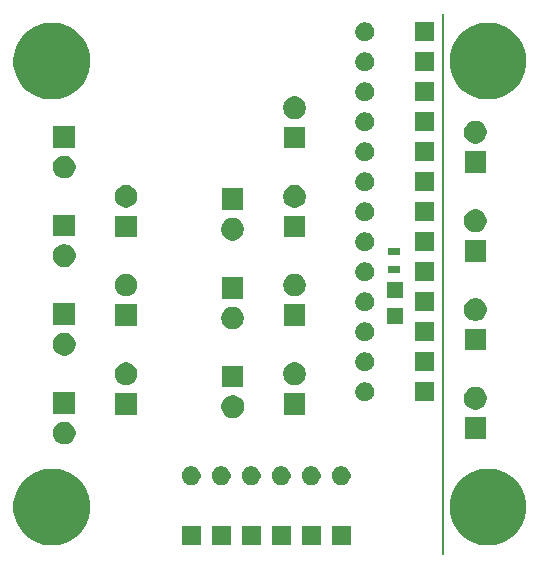
<source format=gts>
G04 #@! TF.GenerationSoftware,KiCad,Pcbnew,(5.0.0)*
G04 #@! TF.CreationDate,2018-11-03T21:44:44-02:30*
G04 #@! TF.ProjectId,Maestro Adapter,4D61657374726F20416461707465722E,6*
G04 #@! TF.SameCoordinates,Original*
G04 #@! TF.FileFunction,Soldermask,Top*
G04 #@! TF.FilePolarity,Negative*
%FSLAX46Y46*%
G04 Gerber Fmt 4.6, Leading zero omitted, Abs format (unit mm)*
G04 Created by KiCad (PCBNEW (5.0.0)) date 11/03/18 21:44:44*
%MOMM*%
%LPD*%
G01*
G04 APERTURE LIST*
%ADD10C,0.150000*%
%ADD11C,0.100000*%
G04 APERTURE END LIST*
D10*
G04 #@! TO.C,18 Channel Maestro*
X108090000Y-168220000D02*
X108090000Y-122520000D01*
D11*
G36*
X112554239Y-161081467D02*
X112868282Y-161143934D01*
X113459926Y-161389001D01*
X113923710Y-161698892D01*
X113992395Y-161744786D01*
X114445214Y-162197605D01*
X114445216Y-162197608D01*
X114800999Y-162730074D01*
X115046066Y-163321718D01*
X115171000Y-163949804D01*
X115171000Y-164590196D01*
X115046066Y-165218282D01*
X114800999Y-165809926D01*
X114447615Y-166338802D01*
X114445214Y-166342395D01*
X113992395Y-166795214D01*
X113992392Y-166795216D01*
X113459926Y-167150999D01*
X112868282Y-167396066D01*
X112554239Y-167458533D01*
X112240197Y-167521000D01*
X111599803Y-167521000D01*
X111285761Y-167458533D01*
X110971718Y-167396066D01*
X110380074Y-167150999D01*
X109847608Y-166795216D01*
X109847605Y-166795214D01*
X109394786Y-166342395D01*
X109392385Y-166338802D01*
X109039001Y-165809926D01*
X108793934Y-165218282D01*
X108669000Y-164590196D01*
X108669000Y-163949804D01*
X108793934Y-163321718D01*
X109039001Y-162730074D01*
X109394784Y-162197608D01*
X109394786Y-162197605D01*
X109847605Y-161744786D01*
X109916290Y-161698892D01*
X110380074Y-161389001D01*
X110971718Y-161143934D01*
X111285761Y-161081467D01*
X111599803Y-161019000D01*
X112240197Y-161019000D01*
X112554239Y-161081467D01*
X112554239Y-161081467D01*
G37*
G36*
X75634239Y-161081467D02*
X75948282Y-161143934D01*
X76539926Y-161389001D01*
X77003710Y-161698892D01*
X77072395Y-161744786D01*
X77525214Y-162197605D01*
X77525216Y-162197608D01*
X77880999Y-162730074D01*
X78126066Y-163321718D01*
X78251000Y-163949804D01*
X78251000Y-164590196D01*
X78126066Y-165218282D01*
X77880999Y-165809926D01*
X77527615Y-166338802D01*
X77525214Y-166342395D01*
X77072395Y-166795214D01*
X77072392Y-166795216D01*
X76539926Y-167150999D01*
X75948282Y-167396066D01*
X75634239Y-167458533D01*
X75320197Y-167521000D01*
X74679803Y-167521000D01*
X74365761Y-167458533D01*
X74051718Y-167396066D01*
X73460074Y-167150999D01*
X72927608Y-166795216D01*
X72927605Y-166795214D01*
X72474786Y-166342395D01*
X72472385Y-166338802D01*
X72119001Y-165809926D01*
X71873934Y-165218282D01*
X71749000Y-164590196D01*
X71749000Y-163949804D01*
X71873934Y-163321718D01*
X72119001Y-162730074D01*
X72474784Y-162197608D01*
X72474786Y-162197605D01*
X72927605Y-161744786D01*
X72996290Y-161698892D01*
X73460074Y-161389001D01*
X74051718Y-161143934D01*
X74365761Y-161081467D01*
X74679803Y-161019000D01*
X75320197Y-161019000D01*
X75634239Y-161081467D01*
X75634239Y-161081467D01*
G37*
G36*
X87591000Y-167501000D02*
X85989000Y-167501000D01*
X85989000Y-165899000D01*
X87591000Y-165899000D01*
X87591000Y-167501000D01*
X87591000Y-167501000D01*
G37*
G36*
X92671000Y-167501000D02*
X91069000Y-167501000D01*
X91069000Y-165899000D01*
X92671000Y-165899000D01*
X92671000Y-167501000D01*
X92671000Y-167501000D01*
G37*
G36*
X100291000Y-167501000D02*
X98689000Y-167501000D01*
X98689000Y-165899000D01*
X100291000Y-165899000D01*
X100291000Y-167501000D01*
X100291000Y-167501000D01*
G37*
G36*
X97751000Y-167501000D02*
X96149000Y-167501000D01*
X96149000Y-165899000D01*
X97751000Y-165899000D01*
X97751000Y-167501000D01*
X97751000Y-167501000D01*
G37*
G36*
X95211000Y-167501000D02*
X93609000Y-167501000D01*
X93609000Y-165899000D01*
X95211000Y-165899000D01*
X95211000Y-167501000D01*
X95211000Y-167501000D01*
G37*
G36*
X90131000Y-167501000D02*
X88529000Y-167501000D01*
X88529000Y-165899000D01*
X90131000Y-165899000D01*
X90131000Y-167501000D01*
X90131000Y-167501000D01*
G37*
G36*
X99723643Y-160849781D02*
X99869415Y-160910162D01*
X100000611Y-160997824D01*
X100112176Y-161109389D01*
X100199838Y-161240585D01*
X100260219Y-161386357D01*
X100291000Y-161541107D01*
X100291000Y-161698893D01*
X100260219Y-161853643D01*
X100199838Y-161999415D01*
X100112176Y-162130611D01*
X100000611Y-162242176D01*
X99869415Y-162329838D01*
X99723643Y-162390219D01*
X99568893Y-162421000D01*
X99411107Y-162421000D01*
X99256357Y-162390219D01*
X99110585Y-162329838D01*
X98979389Y-162242176D01*
X98867824Y-162130611D01*
X98780162Y-161999415D01*
X98719781Y-161853643D01*
X98689000Y-161698893D01*
X98689000Y-161541107D01*
X98719781Y-161386357D01*
X98780162Y-161240585D01*
X98867824Y-161109389D01*
X98979389Y-160997824D01*
X99110585Y-160910162D01*
X99256357Y-160849781D01*
X99411107Y-160819000D01*
X99568893Y-160819000D01*
X99723643Y-160849781D01*
X99723643Y-160849781D01*
G37*
G36*
X97183643Y-160849781D02*
X97329415Y-160910162D01*
X97460611Y-160997824D01*
X97572176Y-161109389D01*
X97659838Y-161240585D01*
X97720219Y-161386357D01*
X97751000Y-161541107D01*
X97751000Y-161698893D01*
X97720219Y-161853643D01*
X97659838Y-161999415D01*
X97572176Y-162130611D01*
X97460611Y-162242176D01*
X97329415Y-162329838D01*
X97183643Y-162390219D01*
X97028893Y-162421000D01*
X96871107Y-162421000D01*
X96716357Y-162390219D01*
X96570585Y-162329838D01*
X96439389Y-162242176D01*
X96327824Y-162130611D01*
X96240162Y-161999415D01*
X96179781Y-161853643D01*
X96149000Y-161698893D01*
X96149000Y-161541107D01*
X96179781Y-161386357D01*
X96240162Y-161240585D01*
X96327824Y-161109389D01*
X96439389Y-160997824D01*
X96570585Y-160910162D01*
X96716357Y-160849781D01*
X96871107Y-160819000D01*
X97028893Y-160819000D01*
X97183643Y-160849781D01*
X97183643Y-160849781D01*
G37*
G36*
X94643643Y-160849781D02*
X94789415Y-160910162D01*
X94920611Y-160997824D01*
X95032176Y-161109389D01*
X95119838Y-161240585D01*
X95180219Y-161386357D01*
X95211000Y-161541107D01*
X95211000Y-161698893D01*
X95180219Y-161853643D01*
X95119838Y-161999415D01*
X95032176Y-162130611D01*
X94920611Y-162242176D01*
X94789415Y-162329838D01*
X94643643Y-162390219D01*
X94488893Y-162421000D01*
X94331107Y-162421000D01*
X94176357Y-162390219D01*
X94030585Y-162329838D01*
X93899389Y-162242176D01*
X93787824Y-162130611D01*
X93700162Y-161999415D01*
X93639781Y-161853643D01*
X93609000Y-161698893D01*
X93609000Y-161541107D01*
X93639781Y-161386357D01*
X93700162Y-161240585D01*
X93787824Y-161109389D01*
X93899389Y-160997824D01*
X94030585Y-160910162D01*
X94176357Y-160849781D01*
X94331107Y-160819000D01*
X94488893Y-160819000D01*
X94643643Y-160849781D01*
X94643643Y-160849781D01*
G37*
G36*
X92103643Y-160849781D02*
X92249415Y-160910162D01*
X92380611Y-160997824D01*
X92492176Y-161109389D01*
X92579838Y-161240585D01*
X92640219Y-161386357D01*
X92671000Y-161541107D01*
X92671000Y-161698893D01*
X92640219Y-161853643D01*
X92579838Y-161999415D01*
X92492176Y-162130611D01*
X92380611Y-162242176D01*
X92249415Y-162329838D01*
X92103643Y-162390219D01*
X91948893Y-162421000D01*
X91791107Y-162421000D01*
X91636357Y-162390219D01*
X91490585Y-162329838D01*
X91359389Y-162242176D01*
X91247824Y-162130611D01*
X91160162Y-161999415D01*
X91099781Y-161853643D01*
X91069000Y-161698893D01*
X91069000Y-161541107D01*
X91099781Y-161386357D01*
X91160162Y-161240585D01*
X91247824Y-161109389D01*
X91359389Y-160997824D01*
X91490585Y-160910162D01*
X91636357Y-160849781D01*
X91791107Y-160819000D01*
X91948893Y-160819000D01*
X92103643Y-160849781D01*
X92103643Y-160849781D01*
G37*
G36*
X89563643Y-160849781D02*
X89709415Y-160910162D01*
X89840611Y-160997824D01*
X89952176Y-161109389D01*
X90039838Y-161240585D01*
X90100219Y-161386357D01*
X90131000Y-161541107D01*
X90131000Y-161698893D01*
X90100219Y-161853643D01*
X90039838Y-161999415D01*
X89952176Y-162130611D01*
X89840611Y-162242176D01*
X89709415Y-162329838D01*
X89563643Y-162390219D01*
X89408893Y-162421000D01*
X89251107Y-162421000D01*
X89096357Y-162390219D01*
X88950585Y-162329838D01*
X88819389Y-162242176D01*
X88707824Y-162130611D01*
X88620162Y-161999415D01*
X88559781Y-161853643D01*
X88529000Y-161698893D01*
X88529000Y-161541107D01*
X88559781Y-161386357D01*
X88620162Y-161240585D01*
X88707824Y-161109389D01*
X88819389Y-160997824D01*
X88950585Y-160910162D01*
X89096357Y-160849781D01*
X89251107Y-160819000D01*
X89408893Y-160819000D01*
X89563643Y-160849781D01*
X89563643Y-160849781D01*
G37*
G36*
X87023643Y-160849781D02*
X87169415Y-160910162D01*
X87300611Y-160997824D01*
X87412176Y-161109389D01*
X87499838Y-161240585D01*
X87560219Y-161386357D01*
X87591000Y-161541107D01*
X87591000Y-161698893D01*
X87560219Y-161853643D01*
X87499838Y-161999415D01*
X87412176Y-162130611D01*
X87300611Y-162242176D01*
X87169415Y-162329838D01*
X87023643Y-162390219D01*
X86868893Y-162421000D01*
X86711107Y-162421000D01*
X86556357Y-162390219D01*
X86410585Y-162329838D01*
X86279389Y-162242176D01*
X86167824Y-162130611D01*
X86080162Y-161999415D01*
X86019781Y-161853643D01*
X85989000Y-161698893D01*
X85989000Y-161541107D01*
X86019781Y-161386357D01*
X86080162Y-161240585D01*
X86167824Y-161109389D01*
X86279389Y-160997824D01*
X86410585Y-160910162D01*
X86556357Y-160849781D01*
X86711107Y-160819000D01*
X86868893Y-160819000D01*
X87023643Y-160849781D01*
X87023643Y-160849781D01*
G37*
G36*
X76330897Y-157084007D02*
X76506152Y-157156600D01*
X76663877Y-157261989D01*
X76798011Y-157396123D01*
X76903400Y-157553848D01*
X76975993Y-157729103D01*
X77013000Y-157915153D01*
X77013000Y-158104847D01*
X76975993Y-158290897D01*
X76903400Y-158466152D01*
X76798011Y-158623877D01*
X76663877Y-158758011D01*
X76506152Y-158863400D01*
X76330897Y-158935993D01*
X76144847Y-158973000D01*
X75955153Y-158973000D01*
X75769103Y-158935993D01*
X75593848Y-158863400D01*
X75436123Y-158758011D01*
X75301989Y-158623877D01*
X75196600Y-158466152D01*
X75124007Y-158290897D01*
X75087000Y-158104847D01*
X75087000Y-157915153D01*
X75124007Y-157729103D01*
X75196600Y-157553848D01*
X75301989Y-157396123D01*
X75436123Y-157261989D01*
X75593848Y-157156600D01*
X75769103Y-157084007D01*
X75955153Y-157047000D01*
X76144847Y-157047000D01*
X76330897Y-157084007D01*
X76330897Y-157084007D01*
G37*
G36*
X111773000Y-158523000D02*
X109947000Y-158523000D01*
X109947000Y-156697000D01*
X111773000Y-156697000D01*
X111773000Y-158523000D01*
X111773000Y-158523000D01*
G37*
G36*
X90590897Y-154854007D02*
X90766152Y-154926600D01*
X90923877Y-155031989D01*
X91058011Y-155166123D01*
X91163400Y-155323848D01*
X91235993Y-155499103D01*
X91273000Y-155685153D01*
X91273000Y-155874847D01*
X91235993Y-156060897D01*
X91163400Y-156236152D01*
X91058011Y-156393877D01*
X90923877Y-156528011D01*
X90766152Y-156633400D01*
X90590897Y-156705993D01*
X90404847Y-156743000D01*
X90215153Y-156743000D01*
X90029103Y-156705993D01*
X89853848Y-156633400D01*
X89696123Y-156528011D01*
X89561989Y-156393877D01*
X89456600Y-156236152D01*
X89384007Y-156060897D01*
X89347000Y-155874847D01*
X89347000Y-155685153D01*
X89384007Y-155499103D01*
X89456600Y-155323848D01*
X89561989Y-155166123D01*
X89696123Y-155031989D01*
X89853848Y-154926600D01*
X90029103Y-154854007D01*
X90215153Y-154817000D01*
X90404847Y-154817000D01*
X90590897Y-154854007D01*
X90590897Y-154854007D01*
G37*
G36*
X96453000Y-156453000D02*
X94627000Y-156453000D01*
X94627000Y-154627000D01*
X96453000Y-154627000D01*
X96453000Y-156453000D01*
X96453000Y-156453000D01*
G37*
G36*
X82193000Y-156453000D02*
X80367000Y-156453000D01*
X80367000Y-154627000D01*
X82193000Y-154627000D01*
X82193000Y-156453000D01*
X82193000Y-156453000D01*
G37*
G36*
X76963000Y-156383000D02*
X75137000Y-156383000D01*
X75137000Y-154557000D01*
X76963000Y-154557000D01*
X76963000Y-156383000D01*
X76963000Y-156383000D01*
G37*
G36*
X111140897Y-154144007D02*
X111316152Y-154216600D01*
X111473877Y-154321989D01*
X111608011Y-154456123D01*
X111713400Y-154613848D01*
X111785993Y-154789103D01*
X111823000Y-154975153D01*
X111823000Y-155164847D01*
X111785993Y-155350897D01*
X111713400Y-155526152D01*
X111608011Y-155683877D01*
X111473877Y-155818011D01*
X111316152Y-155923400D01*
X111140897Y-155995993D01*
X110954847Y-156033000D01*
X110765153Y-156033000D01*
X110579103Y-155995993D01*
X110403848Y-155923400D01*
X110246123Y-155818011D01*
X110111989Y-155683877D01*
X110006600Y-155526152D01*
X109934007Y-155350897D01*
X109897000Y-155164847D01*
X109897000Y-154975153D01*
X109934007Y-154789103D01*
X110006600Y-154613848D01*
X110111989Y-154456123D01*
X110246123Y-154321989D01*
X110403848Y-154216600D01*
X110579103Y-154144007D01*
X110765153Y-154107000D01*
X110954847Y-154107000D01*
X111140897Y-154144007D01*
X111140897Y-154144007D01*
G37*
G36*
X101723643Y-153749781D02*
X101869415Y-153810162D01*
X102000611Y-153897824D01*
X102112176Y-154009389D01*
X102199838Y-154140585D01*
X102260219Y-154286357D01*
X102291000Y-154441107D01*
X102291000Y-154598893D01*
X102260219Y-154753643D01*
X102199838Y-154899415D01*
X102112176Y-155030611D01*
X102000611Y-155142176D01*
X101869415Y-155229838D01*
X101723643Y-155290219D01*
X101568893Y-155321000D01*
X101411107Y-155321000D01*
X101256357Y-155290219D01*
X101110585Y-155229838D01*
X100979389Y-155142176D01*
X100867824Y-155030611D01*
X100780162Y-154899415D01*
X100719781Y-154753643D01*
X100689000Y-154598893D01*
X100689000Y-154441107D01*
X100719781Y-154286357D01*
X100780162Y-154140585D01*
X100867824Y-154009389D01*
X100979389Y-153897824D01*
X101110585Y-153810162D01*
X101256357Y-153749781D01*
X101411107Y-153719000D01*
X101568893Y-153719000D01*
X101723643Y-153749781D01*
X101723643Y-153749781D01*
G37*
G36*
X107371000Y-155321000D02*
X105769000Y-155321000D01*
X105769000Y-153719000D01*
X107371000Y-153719000D01*
X107371000Y-155321000D01*
X107371000Y-155321000D01*
G37*
G36*
X91223000Y-154153000D02*
X89397000Y-154153000D01*
X89397000Y-152327000D01*
X91223000Y-152327000D01*
X91223000Y-154153000D01*
X91223000Y-154153000D01*
G37*
G36*
X95820897Y-152074007D02*
X95996152Y-152146600D01*
X96153877Y-152251989D01*
X96288011Y-152386123D01*
X96393400Y-152543848D01*
X96465993Y-152719103D01*
X96503000Y-152905153D01*
X96503000Y-153094847D01*
X96465993Y-153280897D01*
X96393400Y-153456152D01*
X96288011Y-153613877D01*
X96153877Y-153748011D01*
X95996152Y-153853400D01*
X95820897Y-153925993D01*
X95634847Y-153963000D01*
X95445153Y-153963000D01*
X95259103Y-153925993D01*
X95083848Y-153853400D01*
X94926123Y-153748011D01*
X94791989Y-153613877D01*
X94686600Y-153456152D01*
X94614007Y-153280897D01*
X94577000Y-153094847D01*
X94577000Y-152905153D01*
X94614007Y-152719103D01*
X94686600Y-152543848D01*
X94791989Y-152386123D01*
X94926123Y-152251989D01*
X95083848Y-152146600D01*
X95259103Y-152074007D01*
X95445153Y-152037000D01*
X95634847Y-152037000D01*
X95820897Y-152074007D01*
X95820897Y-152074007D01*
G37*
G36*
X81560897Y-152074007D02*
X81736152Y-152146600D01*
X81893877Y-152251989D01*
X82028011Y-152386123D01*
X82133400Y-152543848D01*
X82205993Y-152719103D01*
X82243000Y-152905153D01*
X82243000Y-153094847D01*
X82205993Y-153280897D01*
X82133400Y-153456152D01*
X82028011Y-153613877D01*
X81893877Y-153748011D01*
X81736152Y-153853400D01*
X81560897Y-153925993D01*
X81374847Y-153963000D01*
X81185153Y-153963000D01*
X80999103Y-153925993D01*
X80823848Y-153853400D01*
X80666123Y-153748011D01*
X80531989Y-153613877D01*
X80426600Y-153456152D01*
X80354007Y-153280897D01*
X80317000Y-153094847D01*
X80317000Y-152905153D01*
X80354007Y-152719103D01*
X80426600Y-152543848D01*
X80531989Y-152386123D01*
X80666123Y-152251989D01*
X80823848Y-152146600D01*
X80999103Y-152074007D01*
X81185153Y-152037000D01*
X81374847Y-152037000D01*
X81560897Y-152074007D01*
X81560897Y-152074007D01*
G37*
G36*
X101723643Y-151209781D02*
X101869415Y-151270162D01*
X102000611Y-151357824D01*
X102112176Y-151469389D01*
X102199838Y-151600585D01*
X102260219Y-151746357D01*
X102291000Y-151901107D01*
X102291000Y-152058893D01*
X102260219Y-152213643D01*
X102199838Y-152359415D01*
X102112176Y-152490611D01*
X102000611Y-152602176D01*
X101869415Y-152689838D01*
X101723643Y-152750219D01*
X101568893Y-152781000D01*
X101411107Y-152781000D01*
X101256357Y-152750219D01*
X101110585Y-152689838D01*
X100979389Y-152602176D01*
X100867824Y-152490611D01*
X100780162Y-152359415D01*
X100719781Y-152213643D01*
X100689000Y-152058893D01*
X100689000Y-151901107D01*
X100719781Y-151746357D01*
X100780162Y-151600585D01*
X100867824Y-151469389D01*
X100979389Y-151357824D01*
X101110585Y-151270162D01*
X101256357Y-151209781D01*
X101411107Y-151179000D01*
X101568893Y-151179000D01*
X101723643Y-151209781D01*
X101723643Y-151209781D01*
G37*
G36*
X107371000Y-152781000D02*
X105769000Y-152781000D01*
X105769000Y-151179000D01*
X107371000Y-151179000D01*
X107371000Y-152781000D01*
X107371000Y-152781000D01*
G37*
G36*
X76330897Y-149574007D02*
X76506152Y-149646600D01*
X76663877Y-149751989D01*
X76798011Y-149886123D01*
X76903400Y-150043848D01*
X76975993Y-150219103D01*
X77013000Y-150405153D01*
X77013000Y-150594847D01*
X76975993Y-150780897D01*
X76903400Y-150956152D01*
X76798011Y-151113877D01*
X76663877Y-151248011D01*
X76506152Y-151353400D01*
X76330897Y-151425993D01*
X76144847Y-151463000D01*
X75955153Y-151463000D01*
X75769103Y-151425993D01*
X75593848Y-151353400D01*
X75436123Y-151248011D01*
X75301989Y-151113877D01*
X75196600Y-150956152D01*
X75124007Y-150780897D01*
X75087000Y-150594847D01*
X75087000Y-150405153D01*
X75124007Y-150219103D01*
X75196600Y-150043848D01*
X75301989Y-149886123D01*
X75436123Y-149751989D01*
X75593848Y-149646600D01*
X75769103Y-149574007D01*
X75955153Y-149537000D01*
X76144847Y-149537000D01*
X76330897Y-149574007D01*
X76330897Y-149574007D01*
G37*
G36*
X111773000Y-151013000D02*
X109947000Y-151013000D01*
X109947000Y-149187000D01*
X111773000Y-149187000D01*
X111773000Y-151013000D01*
X111773000Y-151013000D01*
G37*
G36*
X107371000Y-150241000D02*
X105769000Y-150241000D01*
X105769000Y-148639000D01*
X107371000Y-148639000D01*
X107371000Y-150241000D01*
X107371000Y-150241000D01*
G37*
G36*
X101723643Y-148669781D02*
X101869415Y-148730162D01*
X102000611Y-148817824D01*
X102112176Y-148929389D01*
X102199838Y-149060585D01*
X102260219Y-149206357D01*
X102291000Y-149361107D01*
X102291000Y-149518893D01*
X102260219Y-149673643D01*
X102199838Y-149819415D01*
X102112176Y-149950611D01*
X102000611Y-150062176D01*
X101869415Y-150149838D01*
X101723643Y-150210219D01*
X101568893Y-150241000D01*
X101411107Y-150241000D01*
X101256357Y-150210219D01*
X101110585Y-150149838D01*
X100979389Y-150062176D01*
X100867824Y-149950611D01*
X100780162Y-149819415D01*
X100719781Y-149673643D01*
X100689000Y-149518893D01*
X100689000Y-149361107D01*
X100719781Y-149206357D01*
X100780162Y-149060585D01*
X100867824Y-148929389D01*
X100979389Y-148817824D01*
X101110585Y-148730162D01*
X101256357Y-148669781D01*
X101411107Y-148639000D01*
X101568893Y-148639000D01*
X101723643Y-148669781D01*
X101723643Y-148669781D01*
G37*
G36*
X90580897Y-147344007D02*
X90756152Y-147416600D01*
X90913877Y-147521989D01*
X91048011Y-147656123D01*
X91153400Y-147813848D01*
X91225993Y-147989103D01*
X91263000Y-148175153D01*
X91263000Y-148364847D01*
X91225993Y-148550897D01*
X91153400Y-148726152D01*
X91048011Y-148883877D01*
X90913877Y-149018011D01*
X90756152Y-149123400D01*
X90580897Y-149195993D01*
X90394847Y-149233000D01*
X90205153Y-149233000D01*
X90019103Y-149195993D01*
X89843848Y-149123400D01*
X89686123Y-149018011D01*
X89551989Y-148883877D01*
X89446600Y-148726152D01*
X89374007Y-148550897D01*
X89337000Y-148364847D01*
X89337000Y-148175153D01*
X89374007Y-147989103D01*
X89446600Y-147813848D01*
X89551989Y-147656123D01*
X89686123Y-147521989D01*
X89843848Y-147416600D01*
X90019103Y-147344007D01*
X90205153Y-147307000D01*
X90394847Y-147307000D01*
X90580897Y-147344007D01*
X90580897Y-147344007D01*
G37*
G36*
X82193000Y-148943000D02*
X80367000Y-148943000D01*
X80367000Y-147117000D01*
X82193000Y-147117000D01*
X82193000Y-148943000D01*
X82193000Y-148943000D01*
G37*
G36*
X96453000Y-148943000D02*
X94627000Y-148943000D01*
X94627000Y-147117000D01*
X96453000Y-147117000D01*
X96453000Y-148943000D01*
X96453000Y-148943000D01*
G37*
G36*
X76963000Y-148873000D02*
X75137000Y-148873000D01*
X75137000Y-147047000D01*
X76963000Y-147047000D01*
X76963000Y-148873000D01*
X76963000Y-148873000D01*
G37*
G36*
X104701000Y-148761000D02*
X103399000Y-148761000D01*
X103399000Y-147459000D01*
X104701000Y-147459000D01*
X104701000Y-148761000D01*
X104701000Y-148761000D01*
G37*
G36*
X111140897Y-146634007D02*
X111316152Y-146706600D01*
X111473877Y-146811989D01*
X111608011Y-146946123D01*
X111713400Y-147103848D01*
X111785993Y-147279103D01*
X111823000Y-147465153D01*
X111823000Y-147654847D01*
X111785993Y-147840897D01*
X111713400Y-148016152D01*
X111608011Y-148173877D01*
X111473877Y-148308011D01*
X111316152Y-148413400D01*
X111140897Y-148485993D01*
X110954847Y-148523000D01*
X110765153Y-148523000D01*
X110579103Y-148485993D01*
X110403848Y-148413400D01*
X110246123Y-148308011D01*
X110111989Y-148173877D01*
X110006600Y-148016152D01*
X109934007Y-147840897D01*
X109897000Y-147654847D01*
X109897000Y-147465153D01*
X109934007Y-147279103D01*
X110006600Y-147103848D01*
X110111989Y-146946123D01*
X110246123Y-146811989D01*
X110403848Y-146706600D01*
X110579103Y-146634007D01*
X110765153Y-146597000D01*
X110954847Y-146597000D01*
X111140897Y-146634007D01*
X111140897Y-146634007D01*
G37*
G36*
X101723643Y-146129781D02*
X101869415Y-146190162D01*
X102000611Y-146277824D01*
X102112176Y-146389389D01*
X102199838Y-146520585D01*
X102260219Y-146666357D01*
X102291000Y-146821107D01*
X102291000Y-146978893D01*
X102260219Y-147133643D01*
X102199838Y-147279415D01*
X102112176Y-147410611D01*
X102000611Y-147522176D01*
X101869415Y-147609838D01*
X101723643Y-147670219D01*
X101568893Y-147701000D01*
X101411107Y-147701000D01*
X101256357Y-147670219D01*
X101110585Y-147609838D01*
X100979389Y-147522176D01*
X100867824Y-147410611D01*
X100780162Y-147279415D01*
X100719781Y-147133643D01*
X100689000Y-146978893D01*
X100689000Y-146821107D01*
X100719781Y-146666357D01*
X100780162Y-146520585D01*
X100867824Y-146389389D01*
X100979389Y-146277824D01*
X101110585Y-146190162D01*
X101256357Y-146129781D01*
X101411107Y-146099000D01*
X101568893Y-146099000D01*
X101723643Y-146129781D01*
X101723643Y-146129781D01*
G37*
G36*
X107371000Y-147701000D02*
X105769000Y-147701000D01*
X105769000Y-146099000D01*
X107371000Y-146099000D01*
X107371000Y-147701000D01*
X107371000Y-147701000D01*
G37*
G36*
X91213000Y-146643000D02*
X89387000Y-146643000D01*
X89387000Y-144817000D01*
X91213000Y-144817000D01*
X91213000Y-146643000D01*
X91213000Y-146643000D01*
G37*
G36*
X104701000Y-146561000D02*
X103399000Y-146561000D01*
X103399000Y-145259000D01*
X104701000Y-145259000D01*
X104701000Y-146561000D01*
X104701000Y-146561000D01*
G37*
G36*
X81560897Y-144564007D02*
X81736152Y-144636600D01*
X81893877Y-144741989D01*
X82028011Y-144876123D01*
X82133400Y-145033848D01*
X82205993Y-145209103D01*
X82243000Y-145395153D01*
X82243000Y-145584847D01*
X82205993Y-145770897D01*
X82133400Y-145946152D01*
X82028011Y-146103877D01*
X81893877Y-146238011D01*
X81736152Y-146343400D01*
X81560897Y-146415993D01*
X81374847Y-146453000D01*
X81185153Y-146453000D01*
X80999103Y-146415993D01*
X80823848Y-146343400D01*
X80666123Y-146238011D01*
X80531989Y-146103877D01*
X80426600Y-145946152D01*
X80354007Y-145770897D01*
X80317000Y-145584847D01*
X80317000Y-145395153D01*
X80354007Y-145209103D01*
X80426600Y-145033848D01*
X80531989Y-144876123D01*
X80666123Y-144741989D01*
X80823848Y-144636600D01*
X80999103Y-144564007D01*
X81185153Y-144527000D01*
X81374847Y-144527000D01*
X81560897Y-144564007D01*
X81560897Y-144564007D01*
G37*
G36*
X95820897Y-144564007D02*
X95996152Y-144636600D01*
X96153877Y-144741989D01*
X96288011Y-144876123D01*
X96393400Y-145033848D01*
X96465993Y-145209103D01*
X96503000Y-145395153D01*
X96503000Y-145584847D01*
X96465993Y-145770897D01*
X96393400Y-145946152D01*
X96288011Y-146103877D01*
X96153877Y-146238011D01*
X95996152Y-146343400D01*
X95820897Y-146415993D01*
X95634847Y-146453000D01*
X95445153Y-146453000D01*
X95259103Y-146415993D01*
X95083848Y-146343400D01*
X94926123Y-146238011D01*
X94791989Y-146103877D01*
X94686600Y-145946152D01*
X94614007Y-145770897D01*
X94577000Y-145584847D01*
X94577000Y-145395153D01*
X94614007Y-145209103D01*
X94686600Y-145033848D01*
X94791989Y-144876123D01*
X94926123Y-144741989D01*
X95083848Y-144636600D01*
X95259103Y-144564007D01*
X95445153Y-144527000D01*
X95634847Y-144527000D01*
X95820897Y-144564007D01*
X95820897Y-144564007D01*
G37*
G36*
X107371000Y-145161000D02*
X105769000Y-145161000D01*
X105769000Y-143559000D01*
X107371000Y-143559000D01*
X107371000Y-145161000D01*
X107371000Y-145161000D01*
G37*
G36*
X101723643Y-143589781D02*
X101869415Y-143650162D01*
X102000611Y-143737824D01*
X102112176Y-143849389D01*
X102199838Y-143980585D01*
X102260219Y-144126357D01*
X102291000Y-144281107D01*
X102291000Y-144438893D01*
X102260219Y-144593643D01*
X102199838Y-144739415D01*
X102112176Y-144870611D01*
X102000611Y-144982176D01*
X101869415Y-145069838D01*
X101723643Y-145130219D01*
X101568893Y-145161000D01*
X101411107Y-145161000D01*
X101256357Y-145130219D01*
X101110585Y-145069838D01*
X100979389Y-144982176D01*
X100867824Y-144870611D01*
X100780162Y-144739415D01*
X100719781Y-144593643D01*
X100689000Y-144438893D01*
X100689000Y-144281107D01*
X100719781Y-144126357D01*
X100780162Y-143980585D01*
X100867824Y-143849389D01*
X100979389Y-143737824D01*
X101110585Y-143650162D01*
X101256357Y-143589781D01*
X101411107Y-143559000D01*
X101568893Y-143559000D01*
X101723643Y-143589781D01*
X101723643Y-143589781D01*
G37*
G36*
X104491000Y-144481000D02*
X103489000Y-144481000D01*
X103489000Y-143879000D01*
X104491000Y-143879000D01*
X104491000Y-144481000D01*
X104491000Y-144481000D01*
G37*
G36*
X76330897Y-142064007D02*
X76506152Y-142136600D01*
X76663877Y-142241989D01*
X76798011Y-142376123D01*
X76903400Y-142533848D01*
X76975993Y-142709103D01*
X77013000Y-142895153D01*
X77013000Y-143084847D01*
X76975993Y-143270897D01*
X76903400Y-143446152D01*
X76798011Y-143603877D01*
X76663877Y-143738011D01*
X76506152Y-143843400D01*
X76330897Y-143915993D01*
X76144847Y-143953000D01*
X75955153Y-143953000D01*
X75769103Y-143915993D01*
X75593848Y-143843400D01*
X75436123Y-143738011D01*
X75301989Y-143603877D01*
X75196600Y-143446152D01*
X75124007Y-143270897D01*
X75087000Y-143084847D01*
X75087000Y-142895153D01*
X75124007Y-142709103D01*
X75196600Y-142533848D01*
X75301989Y-142376123D01*
X75436123Y-142241989D01*
X75593848Y-142136600D01*
X75769103Y-142064007D01*
X75955153Y-142027000D01*
X76144847Y-142027000D01*
X76330897Y-142064007D01*
X76330897Y-142064007D01*
G37*
G36*
X111773000Y-143503000D02*
X109947000Y-143503000D01*
X109947000Y-141677000D01*
X111773000Y-141677000D01*
X111773000Y-143503000D01*
X111773000Y-143503000D01*
G37*
G36*
X104491000Y-142981000D02*
X103489000Y-142981000D01*
X103489000Y-142379000D01*
X104491000Y-142379000D01*
X104491000Y-142981000D01*
X104491000Y-142981000D01*
G37*
G36*
X107371000Y-142621000D02*
X105769000Y-142621000D01*
X105769000Y-141019000D01*
X107371000Y-141019000D01*
X107371000Y-142621000D01*
X107371000Y-142621000D01*
G37*
G36*
X101723643Y-141049781D02*
X101869415Y-141110162D01*
X102000611Y-141197824D01*
X102112176Y-141309389D01*
X102199838Y-141440585D01*
X102260219Y-141586357D01*
X102291000Y-141741107D01*
X102291000Y-141898893D01*
X102260219Y-142053643D01*
X102199838Y-142199415D01*
X102112176Y-142330611D01*
X102000611Y-142442176D01*
X101869415Y-142529838D01*
X101723643Y-142590219D01*
X101568893Y-142621000D01*
X101411107Y-142621000D01*
X101256357Y-142590219D01*
X101110585Y-142529838D01*
X100979389Y-142442176D01*
X100867824Y-142330611D01*
X100780162Y-142199415D01*
X100719781Y-142053643D01*
X100689000Y-141898893D01*
X100689000Y-141741107D01*
X100719781Y-141586357D01*
X100780162Y-141440585D01*
X100867824Y-141309389D01*
X100979389Y-141197824D01*
X101110585Y-141110162D01*
X101256357Y-141049781D01*
X101411107Y-141019000D01*
X101568893Y-141019000D01*
X101723643Y-141049781D01*
X101723643Y-141049781D01*
G37*
G36*
X90580897Y-139834007D02*
X90756152Y-139906600D01*
X90913877Y-140011989D01*
X91048011Y-140146123D01*
X91153400Y-140303848D01*
X91225993Y-140479103D01*
X91263000Y-140665153D01*
X91263000Y-140854847D01*
X91225993Y-141040897D01*
X91153400Y-141216152D01*
X91048011Y-141373877D01*
X90913877Y-141508011D01*
X90756152Y-141613400D01*
X90580897Y-141685993D01*
X90394847Y-141723000D01*
X90205153Y-141723000D01*
X90019103Y-141685993D01*
X89843848Y-141613400D01*
X89686123Y-141508011D01*
X89551989Y-141373877D01*
X89446600Y-141216152D01*
X89374007Y-141040897D01*
X89337000Y-140854847D01*
X89337000Y-140665153D01*
X89374007Y-140479103D01*
X89446600Y-140303848D01*
X89551989Y-140146123D01*
X89686123Y-140011989D01*
X89843848Y-139906600D01*
X90019103Y-139834007D01*
X90205153Y-139797000D01*
X90394847Y-139797000D01*
X90580897Y-139834007D01*
X90580897Y-139834007D01*
G37*
G36*
X82193000Y-141433000D02*
X80367000Y-141433000D01*
X80367000Y-139607000D01*
X82193000Y-139607000D01*
X82193000Y-141433000D01*
X82193000Y-141433000D01*
G37*
G36*
X96453000Y-141433000D02*
X94627000Y-141433000D01*
X94627000Y-139607000D01*
X96453000Y-139607000D01*
X96453000Y-141433000D01*
X96453000Y-141433000D01*
G37*
G36*
X76963000Y-141363000D02*
X75137000Y-141363000D01*
X75137000Y-139537000D01*
X76963000Y-139537000D01*
X76963000Y-141363000D01*
X76963000Y-141363000D01*
G37*
G36*
X111140897Y-139124007D02*
X111316152Y-139196600D01*
X111473877Y-139301989D01*
X111608011Y-139436123D01*
X111713400Y-139593848D01*
X111785993Y-139769103D01*
X111823000Y-139955153D01*
X111823000Y-140144847D01*
X111785993Y-140330897D01*
X111713400Y-140506152D01*
X111608011Y-140663877D01*
X111473877Y-140798011D01*
X111316152Y-140903400D01*
X111140897Y-140975993D01*
X110954847Y-141013000D01*
X110765153Y-141013000D01*
X110579103Y-140975993D01*
X110403848Y-140903400D01*
X110246123Y-140798011D01*
X110111989Y-140663877D01*
X110006600Y-140506152D01*
X109934007Y-140330897D01*
X109897000Y-140144847D01*
X109897000Y-139955153D01*
X109934007Y-139769103D01*
X110006600Y-139593848D01*
X110111989Y-139436123D01*
X110246123Y-139301989D01*
X110403848Y-139196600D01*
X110579103Y-139124007D01*
X110765153Y-139087000D01*
X110954847Y-139087000D01*
X111140897Y-139124007D01*
X111140897Y-139124007D01*
G37*
G36*
X107371000Y-140081000D02*
X105769000Y-140081000D01*
X105769000Y-138479000D01*
X107371000Y-138479000D01*
X107371000Y-140081000D01*
X107371000Y-140081000D01*
G37*
G36*
X101723643Y-138509781D02*
X101869415Y-138570162D01*
X102000611Y-138657824D01*
X102112176Y-138769389D01*
X102199838Y-138900585D01*
X102260219Y-139046357D01*
X102291000Y-139201107D01*
X102291000Y-139358893D01*
X102260219Y-139513643D01*
X102199838Y-139659415D01*
X102112176Y-139790611D01*
X102000611Y-139902176D01*
X101869415Y-139989838D01*
X101723643Y-140050219D01*
X101568893Y-140081000D01*
X101411107Y-140081000D01*
X101256357Y-140050219D01*
X101110585Y-139989838D01*
X100979389Y-139902176D01*
X100867824Y-139790611D01*
X100780162Y-139659415D01*
X100719781Y-139513643D01*
X100689000Y-139358893D01*
X100689000Y-139201107D01*
X100719781Y-139046357D01*
X100780162Y-138900585D01*
X100867824Y-138769389D01*
X100979389Y-138657824D01*
X101110585Y-138570162D01*
X101256357Y-138509781D01*
X101411107Y-138479000D01*
X101568893Y-138479000D01*
X101723643Y-138509781D01*
X101723643Y-138509781D01*
G37*
G36*
X91213000Y-139133000D02*
X89387000Y-139133000D01*
X89387000Y-137307000D01*
X91213000Y-137307000D01*
X91213000Y-139133000D01*
X91213000Y-139133000D01*
G37*
G36*
X81560897Y-137054007D02*
X81736152Y-137126600D01*
X81893877Y-137231989D01*
X82028011Y-137366123D01*
X82133400Y-137523848D01*
X82205993Y-137699103D01*
X82243000Y-137885153D01*
X82243000Y-138074847D01*
X82205993Y-138260897D01*
X82133400Y-138436152D01*
X82028011Y-138593877D01*
X81893877Y-138728011D01*
X81736152Y-138833400D01*
X81560897Y-138905993D01*
X81374847Y-138943000D01*
X81185153Y-138943000D01*
X80999103Y-138905993D01*
X80823848Y-138833400D01*
X80666123Y-138728011D01*
X80531989Y-138593877D01*
X80426600Y-138436152D01*
X80354007Y-138260897D01*
X80317000Y-138074847D01*
X80317000Y-137885153D01*
X80354007Y-137699103D01*
X80426600Y-137523848D01*
X80531989Y-137366123D01*
X80666123Y-137231989D01*
X80823848Y-137126600D01*
X80999103Y-137054007D01*
X81185153Y-137017000D01*
X81374847Y-137017000D01*
X81560897Y-137054007D01*
X81560897Y-137054007D01*
G37*
G36*
X95820897Y-137054007D02*
X95996152Y-137126600D01*
X96153877Y-137231989D01*
X96288011Y-137366123D01*
X96393400Y-137523848D01*
X96465993Y-137699103D01*
X96503000Y-137885153D01*
X96503000Y-138074847D01*
X96465993Y-138260897D01*
X96393400Y-138436152D01*
X96288011Y-138593877D01*
X96153877Y-138728011D01*
X95996152Y-138833400D01*
X95820897Y-138905993D01*
X95634847Y-138943000D01*
X95445153Y-138943000D01*
X95259103Y-138905993D01*
X95083848Y-138833400D01*
X94926123Y-138728011D01*
X94791989Y-138593877D01*
X94686600Y-138436152D01*
X94614007Y-138260897D01*
X94577000Y-138074847D01*
X94577000Y-137885153D01*
X94614007Y-137699103D01*
X94686600Y-137523848D01*
X94791989Y-137366123D01*
X94926123Y-137231989D01*
X95083848Y-137126600D01*
X95259103Y-137054007D01*
X95445153Y-137017000D01*
X95634847Y-137017000D01*
X95820897Y-137054007D01*
X95820897Y-137054007D01*
G37*
G36*
X107371000Y-137541000D02*
X105769000Y-137541000D01*
X105769000Y-135939000D01*
X107371000Y-135939000D01*
X107371000Y-137541000D01*
X107371000Y-137541000D01*
G37*
G36*
X101723643Y-135969781D02*
X101869415Y-136030162D01*
X102000611Y-136117824D01*
X102112176Y-136229389D01*
X102199838Y-136360585D01*
X102260219Y-136506357D01*
X102291000Y-136661107D01*
X102291000Y-136818893D01*
X102260219Y-136973643D01*
X102199838Y-137119415D01*
X102112176Y-137250611D01*
X102000611Y-137362176D01*
X101869415Y-137449838D01*
X101723643Y-137510219D01*
X101568893Y-137541000D01*
X101411107Y-137541000D01*
X101256357Y-137510219D01*
X101110585Y-137449838D01*
X100979389Y-137362176D01*
X100867824Y-137250611D01*
X100780162Y-137119415D01*
X100719781Y-136973643D01*
X100689000Y-136818893D01*
X100689000Y-136661107D01*
X100719781Y-136506357D01*
X100780162Y-136360585D01*
X100867824Y-136229389D01*
X100979389Y-136117824D01*
X101110585Y-136030162D01*
X101256357Y-135969781D01*
X101411107Y-135939000D01*
X101568893Y-135939000D01*
X101723643Y-135969781D01*
X101723643Y-135969781D01*
G37*
G36*
X76330897Y-134554007D02*
X76506152Y-134626600D01*
X76663877Y-134731989D01*
X76798011Y-134866123D01*
X76903400Y-135023848D01*
X76975993Y-135199103D01*
X77013000Y-135385153D01*
X77013000Y-135574847D01*
X76975993Y-135760897D01*
X76903400Y-135936152D01*
X76798011Y-136093877D01*
X76663877Y-136228011D01*
X76506152Y-136333400D01*
X76330897Y-136405993D01*
X76144847Y-136443000D01*
X75955153Y-136443000D01*
X75769103Y-136405993D01*
X75593848Y-136333400D01*
X75436123Y-136228011D01*
X75301989Y-136093877D01*
X75196600Y-135936152D01*
X75124007Y-135760897D01*
X75087000Y-135574847D01*
X75087000Y-135385153D01*
X75124007Y-135199103D01*
X75196600Y-135023848D01*
X75301989Y-134866123D01*
X75436123Y-134731989D01*
X75593848Y-134626600D01*
X75769103Y-134554007D01*
X75955153Y-134517000D01*
X76144847Y-134517000D01*
X76330897Y-134554007D01*
X76330897Y-134554007D01*
G37*
G36*
X111773000Y-135993000D02*
X109947000Y-135993000D01*
X109947000Y-134167000D01*
X111773000Y-134167000D01*
X111773000Y-135993000D01*
X111773000Y-135993000D01*
G37*
G36*
X107371000Y-135001000D02*
X105769000Y-135001000D01*
X105769000Y-133399000D01*
X107371000Y-133399000D01*
X107371000Y-135001000D01*
X107371000Y-135001000D01*
G37*
G36*
X101723643Y-133429781D02*
X101869415Y-133490162D01*
X102000611Y-133577824D01*
X102112176Y-133689389D01*
X102199838Y-133820585D01*
X102260219Y-133966357D01*
X102291000Y-134121107D01*
X102291000Y-134278893D01*
X102260219Y-134433643D01*
X102199838Y-134579415D01*
X102112176Y-134710611D01*
X102000611Y-134822176D01*
X101869415Y-134909838D01*
X101723643Y-134970219D01*
X101568893Y-135001000D01*
X101411107Y-135001000D01*
X101256357Y-134970219D01*
X101110585Y-134909838D01*
X100979389Y-134822176D01*
X100867824Y-134710611D01*
X100780162Y-134579415D01*
X100719781Y-134433643D01*
X100689000Y-134278893D01*
X100689000Y-134121107D01*
X100719781Y-133966357D01*
X100780162Y-133820585D01*
X100867824Y-133689389D01*
X100979389Y-133577824D01*
X101110585Y-133490162D01*
X101256357Y-133429781D01*
X101411107Y-133399000D01*
X101568893Y-133399000D01*
X101723643Y-133429781D01*
X101723643Y-133429781D01*
G37*
G36*
X96453000Y-133923000D02*
X94627000Y-133923000D01*
X94627000Y-132097000D01*
X96453000Y-132097000D01*
X96453000Y-133923000D01*
X96453000Y-133923000D01*
G37*
G36*
X76963000Y-133853000D02*
X75137000Y-133853000D01*
X75137000Y-132027000D01*
X76963000Y-132027000D01*
X76963000Y-133853000D01*
X76963000Y-133853000D01*
G37*
G36*
X111140897Y-131614007D02*
X111316152Y-131686600D01*
X111473877Y-131791989D01*
X111608011Y-131926123D01*
X111713400Y-132083848D01*
X111785993Y-132259103D01*
X111823000Y-132445153D01*
X111823000Y-132634847D01*
X111785993Y-132820897D01*
X111713400Y-132996152D01*
X111608011Y-133153877D01*
X111473877Y-133288011D01*
X111316152Y-133393400D01*
X111140897Y-133465993D01*
X110954847Y-133503000D01*
X110765153Y-133503000D01*
X110579103Y-133465993D01*
X110403848Y-133393400D01*
X110246123Y-133288011D01*
X110111989Y-133153877D01*
X110006600Y-132996152D01*
X109934007Y-132820897D01*
X109897000Y-132634847D01*
X109897000Y-132445153D01*
X109934007Y-132259103D01*
X110006600Y-132083848D01*
X110111989Y-131926123D01*
X110246123Y-131791989D01*
X110403848Y-131686600D01*
X110579103Y-131614007D01*
X110765153Y-131577000D01*
X110954847Y-131577000D01*
X111140897Y-131614007D01*
X111140897Y-131614007D01*
G37*
G36*
X101723643Y-130889781D02*
X101869415Y-130950162D01*
X102000611Y-131037824D01*
X102112176Y-131149389D01*
X102199838Y-131280585D01*
X102260219Y-131426357D01*
X102291000Y-131581107D01*
X102291000Y-131738893D01*
X102260219Y-131893643D01*
X102199838Y-132039415D01*
X102112176Y-132170611D01*
X102000611Y-132282176D01*
X101869415Y-132369838D01*
X101723643Y-132430219D01*
X101568893Y-132461000D01*
X101411107Y-132461000D01*
X101256357Y-132430219D01*
X101110585Y-132369838D01*
X100979389Y-132282176D01*
X100867824Y-132170611D01*
X100780162Y-132039415D01*
X100719781Y-131893643D01*
X100689000Y-131738893D01*
X100689000Y-131581107D01*
X100719781Y-131426357D01*
X100780162Y-131280585D01*
X100867824Y-131149389D01*
X100979389Y-131037824D01*
X101110585Y-130950162D01*
X101256357Y-130889781D01*
X101411107Y-130859000D01*
X101568893Y-130859000D01*
X101723643Y-130889781D01*
X101723643Y-130889781D01*
G37*
G36*
X107371000Y-132461000D02*
X105769000Y-132461000D01*
X105769000Y-130859000D01*
X107371000Y-130859000D01*
X107371000Y-132461000D01*
X107371000Y-132461000D01*
G37*
G36*
X95820897Y-129544007D02*
X95996152Y-129616600D01*
X96153877Y-129721989D01*
X96288011Y-129856123D01*
X96393400Y-130013848D01*
X96465993Y-130189103D01*
X96503000Y-130375153D01*
X96503000Y-130564847D01*
X96465993Y-130750897D01*
X96393400Y-130926152D01*
X96288011Y-131083877D01*
X96153877Y-131218011D01*
X95996152Y-131323400D01*
X95820897Y-131395993D01*
X95634847Y-131433000D01*
X95445153Y-131433000D01*
X95259103Y-131395993D01*
X95083848Y-131323400D01*
X94926123Y-131218011D01*
X94791989Y-131083877D01*
X94686600Y-130926152D01*
X94614007Y-130750897D01*
X94577000Y-130564847D01*
X94577000Y-130375153D01*
X94614007Y-130189103D01*
X94686600Y-130013848D01*
X94791989Y-129856123D01*
X94926123Y-129721989D01*
X95083848Y-129616600D01*
X95259103Y-129544007D01*
X95445153Y-129507000D01*
X95634847Y-129507000D01*
X95820897Y-129544007D01*
X95820897Y-129544007D01*
G37*
G36*
X107371000Y-129921000D02*
X105769000Y-129921000D01*
X105769000Y-128319000D01*
X107371000Y-128319000D01*
X107371000Y-129921000D01*
X107371000Y-129921000D01*
G37*
G36*
X101723643Y-128349781D02*
X101869415Y-128410162D01*
X102000611Y-128497824D01*
X102112176Y-128609389D01*
X102199838Y-128740585D01*
X102260219Y-128886357D01*
X102291000Y-129041107D01*
X102291000Y-129198893D01*
X102260219Y-129353643D01*
X102199838Y-129499415D01*
X102112176Y-129630611D01*
X102000611Y-129742176D01*
X101869415Y-129829838D01*
X101723643Y-129890219D01*
X101568893Y-129921000D01*
X101411107Y-129921000D01*
X101256357Y-129890219D01*
X101110585Y-129829838D01*
X100979389Y-129742176D01*
X100867824Y-129630611D01*
X100780162Y-129499415D01*
X100719781Y-129353643D01*
X100689000Y-129198893D01*
X100689000Y-129041107D01*
X100719781Y-128886357D01*
X100780162Y-128740585D01*
X100867824Y-128609389D01*
X100979389Y-128497824D01*
X101110585Y-128410162D01*
X101256357Y-128349781D01*
X101411107Y-128319000D01*
X101568893Y-128319000D01*
X101723643Y-128349781D01*
X101723643Y-128349781D01*
G37*
G36*
X75627678Y-123330162D02*
X75948282Y-123393934D01*
X76539926Y-123639001D01*
X77021991Y-123961107D01*
X77072395Y-123994786D01*
X77525214Y-124447605D01*
X77525216Y-124447608D01*
X77880999Y-124980074D01*
X77880999Y-124980075D01*
X78126066Y-125571719D01*
X78225060Y-126069392D01*
X78251000Y-126199804D01*
X78251000Y-126840196D01*
X78126066Y-127468282D01*
X77880999Y-128059926D01*
X77687323Y-128349782D01*
X77525214Y-128592395D01*
X77072395Y-129045214D01*
X77072392Y-129045216D01*
X76539926Y-129400999D01*
X75948282Y-129646066D01*
X75634239Y-129708533D01*
X75320197Y-129771000D01*
X74679803Y-129771000D01*
X74365761Y-129708533D01*
X74051718Y-129646066D01*
X73460074Y-129400999D01*
X72927608Y-129045216D01*
X72927605Y-129045214D01*
X72474786Y-128592395D01*
X72312677Y-128349782D01*
X72119001Y-128059926D01*
X71873934Y-127468282D01*
X71749000Y-126840196D01*
X71749000Y-126199804D01*
X71774941Y-126069392D01*
X71873934Y-125571719D01*
X72119001Y-124980075D01*
X72119001Y-124980074D01*
X72474784Y-124447608D01*
X72474786Y-124447605D01*
X72927605Y-123994786D01*
X72978009Y-123961107D01*
X73460074Y-123639001D01*
X74051718Y-123393934D01*
X74372322Y-123330162D01*
X74679803Y-123269000D01*
X75320197Y-123269000D01*
X75627678Y-123330162D01*
X75627678Y-123330162D01*
G37*
G36*
X112547678Y-123330162D02*
X112868282Y-123393934D01*
X113459926Y-123639001D01*
X113941991Y-123961107D01*
X113992395Y-123994786D01*
X114445214Y-124447605D01*
X114445216Y-124447608D01*
X114800999Y-124980074D01*
X114800999Y-124980075D01*
X115046066Y-125571719D01*
X115145060Y-126069392D01*
X115171000Y-126199804D01*
X115171000Y-126840196D01*
X115046066Y-127468282D01*
X114800999Y-128059926D01*
X114607323Y-128349782D01*
X114445214Y-128592395D01*
X113992395Y-129045214D01*
X113992392Y-129045216D01*
X113459926Y-129400999D01*
X112868282Y-129646066D01*
X112554239Y-129708533D01*
X112240197Y-129771000D01*
X111599803Y-129771000D01*
X111285761Y-129708533D01*
X110971718Y-129646066D01*
X110380074Y-129400999D01*
X109847608Y-129045216D01*
X109847605Y-129045214D01*
X109394786Y-128592395D01*
X109232677Y-128349782D01*
X109039001Y-128059926D01*
X108793934Y-127468282D01*
X108669000Y-126840196D01*
X108669000Y-126199804D01*
X108694941Y-126069392D01*
X108793934Y-125571719D01*
X109039001Y-124980075D01*
X109039001Y-124980074D01*
X109394784Y-124447608D01*
X109394786Y-124447605D01*
X109847605Y-123994786D01*
X109898009Y-123961107D01*
X110380074Y-123639001D01*
X110971718Y-123393934D01*
X111292322Y-123330162D01*
X111599803Y-123269000D01*
X112240197Y-123269000D01*
X112547678Y-123330162D01*
X112547678Y-123330162D01*
G37*
G36*
X101723643Y-125809781D02*
X101869415Y-125870162D01*
X102000611Y-125957824D01*
X102112176Y-126069389D01*
X102199838Y-126200585D01*
X102260219Y-126346357D01*
X102291000Y-126501107D01*
X102291000Y-126658893D01*
X102260219Y-126813643D01*
X102199838Y-126959415D01*
X102112176Y-127090611D01*
X102000611Y-127202176D01*
X101869415Y-127289838D01*
X101723643Y-127350219D01*
X101568893Y-127381000D01*
X101411107Y-127381000D01*
X101256357Y-127350219D01*
X101110585Y-127289838D01*
X100979389Y-127202176D01*
X100867824Y-127090611D01*
X100780162Y-126959415D01*
X100719781Y-126813643D01*
X100689000Y-126658893D01*
X100689000Y-126501107D01*
X100719781Y-126346357D01*
X100780162Y-126200585D01*
X100867824Y-126069389D01*
X100979389Y-125957824D01*
X101110585Y-125870162D01*
X101256357Y-125809781D01*
X101411107Y-125779000D01*
X101568893Y-125779000D01*
X101723643Y-125809781D01*
X101723643Y-125809781D01*
G37*
G36*
X107371000Y-127381000D02*
X105769000Y-127381000D01*
X105769000Y-125779000D01*
X107371000Y-125779000D01*
X107371000Y-127381000D01*
X107371000Y-127381000D01*
G37*
G36*
X107371000Y-124841000D02*
X105769000Y-124841000D01*
X105769000Y-123239000D01*
X107371000Y-123239000D01*
X107371000Y-124841000D01*
X107371000Y-124841000D01*
G37*
G36*
X101723643Y-123269781D02*
X101869415Y-123330162D01*
X102000611Y-123417824D01*
X102112176Y-123529389D01*
X102199838Y-123660585D01*
X102260219Y-123806357D01*
X102291000Y-123961107D01*
X102291000Y-124118893D01*
X102260219Y-124273643D01*
X102199838Y-124419415D01*
X102112176Y-124550611D01*
X102000611Y-124662176D01*
X101869415Y-124749838D01*
X101723643Y-124810219D01*
X101568893Y-124841000D01*
X101411107Y-124841000D01*
X101256357Y-124810219D01*
X101110585Y-124749838D01*
X100979389Y-124662176D01*
X100867824Y-124550611D01*
X100780162Y-124419415D01*
X100719781Y-124273643D01*
X100689000Y-124118893D01*
X100689000Y-123961107D01*
X100719781Y-123806357D01*
X100780162Y-123660585D01*
X100867824Y-123529389D01*
X100979389Y-123417824D01*
X101110585Y-123330162D01*
X101256357Y-123269781D01*
X101411107Y-123239000D01*
X101568893Y-123239000D01*
X101723643Y-123269781D01*
X101723643Y-123269781D01*
G37*
M02*

</source>
